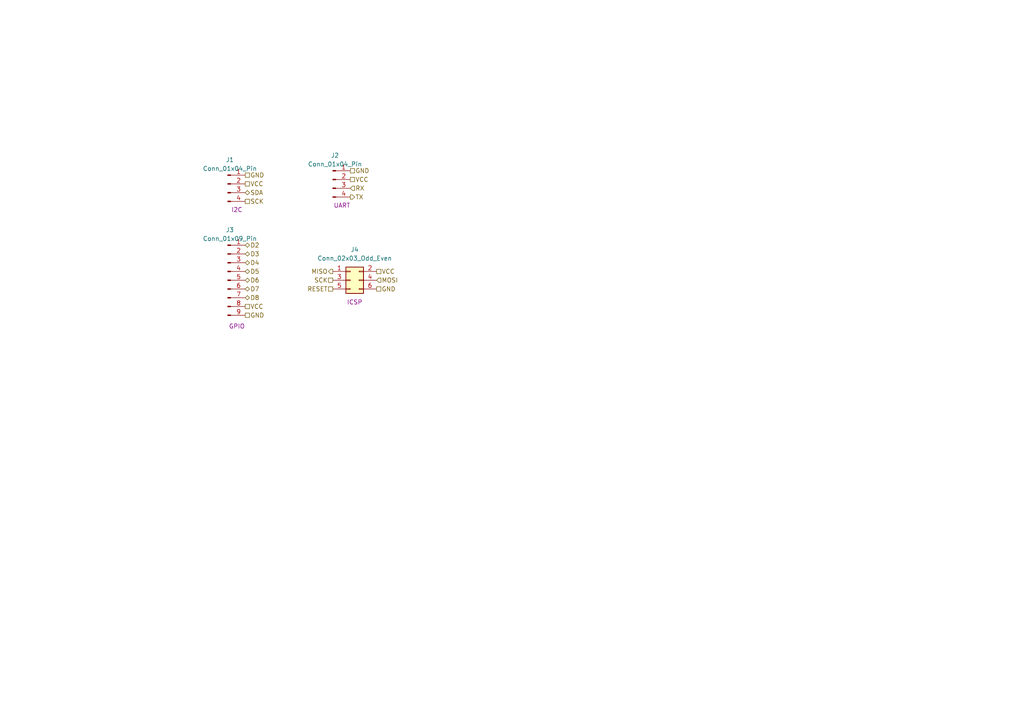
<source format=kicad_sch>
(kicad_sch (version 20250114) (generator "eeschema") (generator_version "9.0")
  (paper "A4")
  (lib_symbols
    (symbol "Connector:Conn_01x04_Pin" (pin_names (offset 1.016) (hide yes))
      (property "Reference" "J" (at 0 5.08 0))
      (property "Value" "Conn_01x04_Pin" (at 0 -7.62 0))
      (symbol "Conn_01x04_Pin_1_1"
        (rectangle (start 0.8636 2.667) (end 0 2.413) (stroke (width 0.1524)) (fill (type outline)))
        (rectangle (start 0.8636 0.127) (end 0 -0.127) (stroke (width 0.1524)) (fill (type outline)))
        (rectangle (start 0.8636 -2.413) (end 0 -2.667) (stroke (width 0.1524)) (fill (type outline)))
        (rectangle (start 0.8636 -4.953) (end 0 -5.207) (stroke (width 0.1524)) (fill (type outline)))
        (polyline (pts (xy 1.27 2.54) (xy 0.8636 2.54)) (stroke (width 0.1524)))
        (polyline (pts (xy 1.27 0) (xy 0.8636 0)) (stroke (width 0.1524)))
        (polyline (pts (xy 1.27 -2.54) (xy 0.8636 -2.54)) (stroke (width 0.1524)))
        (polyline (pts (xy 1.27 -5.08) (xy 0.8636 -5.08)) (stroke (width 0.1524)))
        (pin passive line (at 5.08 2.54 180) (length 3.81) (name "Pin_1") (number "1"))
        (pin passive line (at 5.08 0 180) (length 3.81) (name "Pin_2") (number "2"))
        (pin passive line (at 5.08 -2.54 180) (length 3.81) (name "Pin_3") (number "3"))
        (pin passive line (at 5.08 -5.08 180) (length 3.81) (name "Pin_4") (number "4"))
      )
    )
    (symbol "Connector:Conn_01x09_Pin" (pin_names (offset 1.016) (hide yes))
      (property "Reference" "J" (at 0 12.7 0))
      (property "Value" "Conn_01x09_Pin" (at 0 -12.7 0))
      (symbol "Conn_01x09_Pin_1_1"
        (rectangle (start 0.8636 10.287) (end 0 10.033) (stroke (width 0.1524)) (fill (type outline)))
        (rectangle (start 0.8636 7.747) (end 0 7.493) (stroke (width 0.1524)) (fill (type outline)))
        (rectangle (start 0.8636 5.207) (end 0 4.953) (stroke (width 0.1524)) (fill (type outline)))
        (rectangle (start 0.8636 2.667) (end 0 2.413) (stroke (width 0.1524)) (fill (type outline)))
        (rectangle (start 0.8636 0.127) (end 0 -0.127) (stroke (width 0.1524)) (fill (type outline)))
        (rectangle (start 0.8636 -2.413) (end 0 -2.667) (stroke (width 0.1524)) (fill (type outline)))
        (rectangle (start 0.8636 -4.953) (end 0 -5.207) (stroke (width 0.1524)) (fill (type outline)))
        (rectangle (start 0.8636 -7.493) (end 0 -7.747) (stroke (width 0.1524)) (fill (type outline)))
        (rectangle (start 0.8636 -10.033) (end 0 -10.287) (stroke (width 0.1524)) (fill (type outline)))
        (polyline (pts (xy 1.27 10.16) (xy 0.8636 10.16)) (stroke (width 0.1524)))
        (polyline (pts (xy 1.27 7.62) (xy 0.8636 7.62)) (stroke (width 0.1524)))
        (polyline (pts (xy 1.27 5.08) (xy 0.8636 5.08)) (stroke (width 0.1524)))
        (polyline (pts (xy 1.27 2.54) (xy 0.8636 2.54)) (stroke (width 0.1524)))
        (polyline (pts (xy 1.27 0) (xy 0.8636 0)) (stroke (width 0.1524)))
        (polyline (pts (xy 1.27 -2.54) (xy 0.8636 -2.54)) (stroke (width 0.1524)))
        (polyline (pts (xy 1.27 -5.08) (xy 0.8636 -5.08)) (stroke (width 0.1524)))
        (polyline (pts (xy 1.27 -7.62) (xy 0.8636 -7.62)) (stroke (width 0.1524)))
        (polyline (pts (xy 1.27 -10.16) (xy 0.8636 -10.16)) (stroke (width 0.1524)))
        (pin passive line (at 5.08 10.16 180) (length 3.81) (name "Pin_1") (number "1"))
        (pin passive line (at 5.08 7.62 180) (length 3.81) (name "Pin_2") (number "2"))
        (pin passive line (at 5.08 5.08 180) (length 3.81) (name "Pin_3") (number "3"))
        (pin passive line (at 5.08 2.54 180) (length 3.81) (name "Pin_4") (number "4"))
        (pin passive line (at 5.08 0 180) (length 3.81) (name "Pin_5") (number "5"))
        (pin passive line (at 5.08 -2.54 180) (length 3.81) (name "Pin_6") (number "6"))
        (pin passive line (at 5.08 -5.08 180) (length 3.81) (name "Pin_7") (number "7"))
        (pin passive line (at 5.08 -7.62 180) (length 3.81) (name "Pin_8") (number "8"))
        (pin passive line (at 5.08 -10.16 180) (length 3.81) (name "Pin_9") (number "9"))
      )
    )
    (symbol "Connector_Generic:Conn_02x03_Odd_Even" (pin_names (offset 1.016) (hide yes))
      (property "Reference" "J" (at 1.27 5.08 0))
      (property "Value" "Conn_02x03_Odd_Even" (at 1.27 -5.08 0))
      (symbol "Conn_02x03_Odd_Even_1_1"
        (rectangle (start -1.27 3.81) (end 3.81 -3.81) (stroke (width 0.254)) (fill (type background)))
        (rectangle (start -1.27 2.667) (end 0 2.413) (stroke (width 0.1524)))
        (rectangle (start -1.27 0.127) (end 0 -0.127) (stroke (width 0.1524)))
        (rectangle (start -1.27 -2.413) (end 0 -2.667) (stroke (width 0.1524)))
        (rectangle (start 3.81 2.667) (end 2.54 2.413) (stroke (width 0.1524)))
        (rectangle (start 3.81 0.127) (end 2.54 -0.127) (stroke (width 0.1524)))
        (rectangle (start 3.81 -2.413) (end 2.54 -2.667) (stroke (width 0.1524)))
        (pin passive line (at -5.08 2.54 0) (length 3.81) (name "Pin_1") (number "1"))
        (pin passive line (at -5.08 0 0) (length 3.81) (name "Pin_3") (number "3"))
        (pin passive line (at -5.08 -2.54 0) (length 3.81) (name "Pin_5") (number "5"))
        (pin passive line (at 7.62 2.54 180) (length 3.81) (name "Pin_2") (number "2"))
        (pin passive line (at 7.62 0 180) (length 3.81) (name "Pin_4") (number "4"))
        (pin passive line (at 7.62 -2.54 180) (length 3.81) (name "Pin_6") (number "6"))
      )
    )
  )
  (hierarchical_label "D3" (shape bidirectional) (at 71.12 73.66 0))
  (hierarchical_label "VCC" (shape passive) (at 109.22 78.74 0))
  (hierarchical_label "GND" (shape passive) (at 101.6 49.53 0))
  (hierarchical_label "D2" (shape bidirectional) (at 71.12 71.12 0))
  (hierarchical_label "D6" (shape bidirectional) (at 71.12 81.28 0))
  (hierarchical_label "SDA" (shape bidirectional) (at 71.12 55.88 0))
  (hierarchical_label "SCK" (shape passive) (at 71.12 58.42 0))
  (hierarchical_label "GND" (shape passive) (at 109.22 83.82 0))
  (hierarchical_label "MOSI" (shape input) (at 109.22 81.28 0))
  (hierarchical_label "SCK" (shape passive) (at 96.52 81.28 180))
  (hierarchical_label "GND" (shape passive) (at 71.12 91.44 0))
  (hierarchical_label "D8" (shape bidirectional) (at 71.12 86.36 0))
  (hierarchical_label "TX" (shape output) (at 101.6 57.15 0))
  (hierarchical_label "VCC" (shape passive) (at 101.6 52.07 0))
  (hierarchical_label "RESET" (shape passive) (at 96.52 83.82 180))
  (hierarchical_label "VCC" (shape passive) (at 71.12 53.34 0))
  (hierarchical_label "GND" (shape passive) (at 71.12 50.8 0))
  (hierarchical_label "D7" (shape bidirectional) (at 71.12 83.82 0))
  (hierarchical_label "VCC" (shape passive) (at 71.12 88.9 0))
  (hierarchical_label "MISO" (shape output) (at 96.52 78.74 180))
  (hierarchical_label "D5" (shape bidirectional) (at 71.12 78.74 0))
  (hierarchical_label "RX" (shape input) (at 101.6 54.61 0))
  (hierarchical_label "D4" (shape bidirectional) (at 71.12 76.2 0))
  (symbol (lib_id "Connector_Generic:Conn_02x03_Odd_Even") (at 101.6 81.28 0) (unit 1)
    (property "Reference" "J4" (at 102.87 72.39 0))
    (property "Value" "Conn_02x03_Odd_Even" (at 102.87 74.93 0))
    (property "Footprint" "Connector_PinHeader_2.54mm:PinHeader_2x03_P2.54mm_Vertical" (effects (hide yes)))
    (property "Description" "Generic connector, double row, 02x03, odd/even pin numbering scheme (row 1 odd numbers, row 2 even numbers), script generated (kicad-library-utils/schlib/autogen/connector/)" (effects (hide yes)))
    (property "Purpose" "ICSP" (at 102.87 87.63 0))
  )
  (symbol (lib_id "Connector:Conn_01x09_Pin") (at 66.04 81.28 0) (unit 1)
    (property "Reference" "J3" (at 66.675 66.675 0))
    (property "Value" "Conn_01x09_Pin" (at 66.675 69.215 0))
    (property "Footprint" "Connector_PinHeader_2.54mm:PinHeader_1x09_P2.54mm_Vertical" (effects (hide yes)))
    (property "Description" "Generic connector, single row, 01x09, script generated" (effects (hide yes)))
    (property "Purpose" "GPIO" (at 68.707 94.615 0))
  )
  (symbol (lib_id "Connector:Conn_01x04_Pin") (at 66.04 53.34 0) (unit 1)
    (property "Reference" "J1" (at 66.675 46.355 0))
    (property "Value" "Conn_01x04_Pin" (at 66.675 48.895 0))
    (property "Footprint" "Connector_PinHeader_2.54mm:PinHeader_1x04_P2.54mm_Vertical" (effects (hide yes)))
    (property "Description" "Generic connector, single row, 01x04, script generated" (effects (hide yes)))
    (property "Purpose" "I2C" (at 68.707 60.833 0))
  )
  (symbol (lib_id "Connector:Conn_01x04_Pin") (at 96.52 52.07 0) (unit 1)
    (property "Reference" "J2" (at 97.155 45.085 0))
    (property "Value" "Conn_01x04_Pin" (at 97.155 47.625 0))
    (property "Footprint" "Connector_PinHeader_2.54mm:PinHeader_1x04_P2.54mm_Vertical" (effects (hide yes)))
    (property "Description" "Generic connector, single row, 01x04, script generated" (effects (hide yes)))
    (property "Purpose" "UART" (at 99.187 59.563 0))
  )
)
</source>
